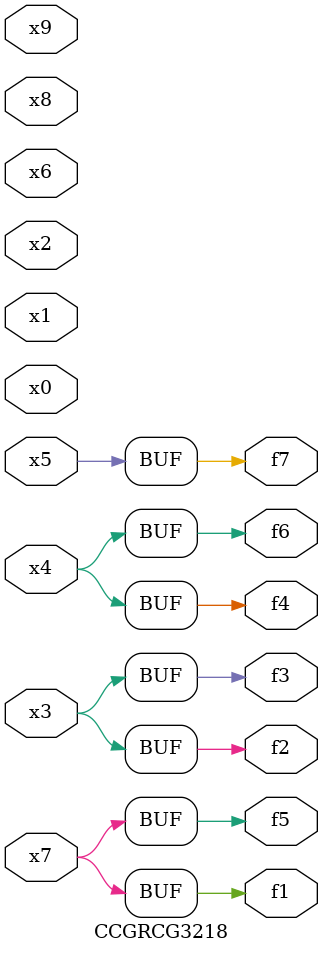
<source format=v>
module CCGRCG3218(
	input x0, x1, x2, x3, x4, x5, x6, x7, x8, x9,
	output f1, f2, f3, f4, f5, f6, f7
);
	assign f1 = x7;
	assign f2 = x3;
	assign f3 = x3;
	assign f4 = x4;
	assign f5 = x7;
	assign f6 = x4;
	assign f7 = x5;
endmodule

</source>
